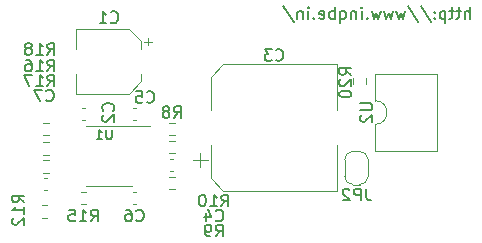
<source format=gbr>
%TF.GenerationSoftware,KiCad,Pcbnew,(6.0.9)*%
%TF.CreationDate,2022-11-10T15:00:12+05:30*%
%TF.ProjectId,Gate Driver TLP152,47617465-2044-4726-9976-657220544c50,rev?*%
%TF.SameCoordinates,Original*%
%TF.FileFunction,Legend,Bot*%
%TF.FilePolarity,Positive*%
%FSLAX46Y46*%
G04 Gerber Fmt 4.6, Leading zero omitted, Abs format (unit mm)*
G04 Created by KiCad (PCBNEW (6.0.9)) date 2022-11-10 15:00:12*
%MOMM*%
%LPD*%
G01*
G04 APERTURE LIST*
%ADD10C,0.150000*%
%ADD11C,0.120000*%
G04 APERTURE END LIST*
D10*
X39305523Y-1341380D02*
X39305523Y-341380D01*
X38876952Y-1341380D02*
X38876952Y-817571D01*
X38924571Y-722333D01*
X39019809Y-674714D01*
X39162666Y-674714D01*
X39257904Y-722333D01*
X39305523Y-769952D01*
X38543619Y-674714D02*
X38162666Y-674714D01*
X38400761Y-341380D02*
X38400761Y-1198523D01*
X38353142Y-1293761D01*
X38257904Y-1341380D01*
X38162666Y-1341380D01*
X37972190Y-674714D02*
X37591238Y-674714D01*
X37829333Y-341380D02*
X37829333Y-1198523D01*
X37781714Y-1293761D01*
X37686476Y-1341380D01*
X37591238Y-1341380D01*
X37257904Y-674714D02*
X37257904Y-1674714D01*
X37257904Y-722333D02*
X37162666Y-674714D01*
X36972190Y-674714D01*
X36876952Y-722333D01*
X36829333Y-769952D01*
X36781714Y-865190D01*
X36781714Y-1150904D01*
X36829333Y-1246142D01*
X36876952Y-1293761D01*
X36972190Y-1341380D01*
X37162666Y-1341380D01*
X37257904Y-1293761D01*
X36353142Y-1246142D02*
X36305523Y-1293761D01*
X36353142Y-1341380D01*
X36400761Y-1293761D01*
X36353142Y-1246142D01*
X36353142Y-1341380D01*
X36353142Y-722333D02*
X36305523Y-769952D01*
X36353142Y-817571D01*
X36400761Y-769952D01*
X36353142Y-722333D01*
X36353142Y-817571D01*
X35162666Y-293761D02*
X36019809Y-1579476D01*
X34115047Y-293761D02*
X34972190Y-1579476D01*
X33876952Y-674714D02*
X33686476Y-1341380D01*
X33496000Y-865190D01*
X33305523Y-1341380D01*
X33115047Y-674714D01*
X32829333Y-674714D02*
X32638857Y-1341380D01*
X32448380Y-865190D01*
X32257904Y-1341380D01*
X32067428Y-674714D01*
X31781714Y-674714D02*
X31591238Y-1341380D01*
X31400761Y-865190D01*
X31210285Y-1341380D01*
X31019809Y-674714D01*
X30638857Y-1246142D02*
X30591238Y-1293761D01*
X30638857Y-1341380D01*
X30686476Y-1293761D01*
X30638857Y-1246142D01*
X30638857Y-1341380D01*
X30162666Y-1341380D02*
X30162666Y-674714D01*
X30162666Y-341380D02*
X30210285Y-389000D01*
X30162666Y-436619D01*
X30115047Y-389000D01*
X30162666Y-341380D01*
X30162666Y-436619D01*
X29686476Y-674714D02*
X29686476Y-1341380D01*
X29686476Y-769952D02*
X29638857Y-722333D01*
X29543619Y-674714D01*
X29400761Y-674714D01*
X29305523Y-722333D01*
X29257904Y-817571D01*
X29257904Y-1341380D01*
X28353142Y-674714D02*
X28353142Y-1674714D01*
X28353142Y-1293761D02*
X28448380Y-1341380D01*
X28638857Y-1341380D01*
X28734095Y-1293761D01*
X28781714Y-1246142D01*
X28829333Y-1150904D01*
X28829333Y-865190D01*
X28781714Y-769952D01*
X28734095Y-722333D01*
X28638857Y-674714D01*
X28448380Y-674714D01*
X28353142Y-722333D01*
X27876952Y-1341380D02*
X27876952Y-341380D01*
X27876952Y-722333D02*
X27781714Y-674714D01*
X27591238Y-674714D01*
X27496000Y-722333D01*
X27448380Y-769952D01*
X27400761Y-865190D01*
X27400761Y-1150904D01*
X27448380Y-1246142D01*
X27496000Y-1293761D01*
X27591238Y-1341380D01*
X27781714Y-1341380D01*
X27876952Y-1293761D01*
X26591238Y-1293761D02*
X26686476Y-1341380D01*
X26876952Y-1341380D01*
X26972190Y-1293761D01*
X27019809Y-1198523D01*
X27019809Y-817571D01*
X26972190Y-722333D01*
X26876952Y-674714D01*
X26686476Y-674714D01*
X26591238Y-722333D01*
X26543619Y-817571D01*
X26543619Y-912809D01*
X27019809Y-1008047D01*
X26115047Y-1246142D02*
X26067428Y-1293761D01*
X26115047Y-1341380D01*
X26162666Y-1293761D01*
X26115047Y-1246142D01*
X26115047Y-1341380D01*
X25638857Y-1341380D02*
X25638857Y-674714D01*
X25638857Y-341380D02*
X25686476Y-389000D01*
X25638857Y-436619D01*
X25591238Y-389000D01*
X25638857Y-341380D01*
X25638857Y-436619D01*
X25162666Y-674714D02*
X25162666Y-1341380D01*
X25162666Y-769952D02*
X25115047Y-722333D01*
X25019809Y-674714D01*
X24876952Y-674714D01*
X24781714Y-722333D01*
X24734095Y-817571D01*
X24734095Y-1341380D01*
X23543619Y-293761D02*
X24400761Y-1579476D01*
%TO.C,C5*%
X11977666Y-8358142D02*
X12025285Y-8405761D01*
X12168142Y-8453380D01*
X12263380Y-8453380D01*
X12406238Y-8405761D01*
X12501476Y-8310523D01*
X12549095Y-8215285D01*
X12596714Y-8024809D01*
X12596714Y-7881952D01*
X12549095Y-7691476D01*
X12501476Y-7596238D01*
X12406238Y-7501000D01*
X12263380Y-7453380D01*
X12168142Y-7453380D01*
X12025285Y-7501000D01*
X11977666Y-7548619D01*
X11072904Y-7453380D02*
X11549095Y-7453380D01*
X11596714Y-7929571D01*
X11549095Y-7881952D01*
X11453857Y-7834333D01*
X11215761Y-7834333D01*
X11120523Y-7881952D01*
X11072904Y-7929571D01*
X11025285Y-8024809D01*
X11025285Y-8262904D01*
X11072904Y-8358142D01*
X11120523Y-8405761D01*
X11215761Y-8453380D01*
X11453857Y-8453380D01*
X11549095Y-8405761D01*
X11596714Y-8358142D01*
%TO.C,R15*%
X7246857Y-18486380D02*
X7580190Y-18010190D01*
X7818285Y-18486380D02*
X7818285Y-17486380D01*
X7437333Y-17486380D01*
X7342095Y-17534000D01*
X7294476Y-17581619D01*
X7246857Y-17676857D01*
X7246857Y-17819714D01*
X7294476Y-17914952D01*
X7342095Y-17962571D01*
X7437333Y-18010190D01*
X7818285Y-18010190D01*
X6294476Y-18486380D02*
X6865904Y-18486380D01*
X6580190Y-18486380D02*
X6580190Y-17486380D01*
X6675428Y-17629238D01*
X6770666Y-17724476D01*
X6865904Y-17772095D01*
X5389714Y-17486380D02*
X5865904Y-17486380D01*
X5913523Y-17962571D01*
X5865904Y-17914952D01*
X5770666Y-17867333D01*
X5532571Y-17867333D01*
X5437333Y-17914952D01*
X5389714Y-17962571D01*
X5342095Y-18057809D01*
X5342095Y-18295904D01*
X5389714Y-18391142D01*
X5437333Y-18438761D01*
X5532571Y-18486380D01*
X5770666Y-18486380D01*
X5865904Y-18438761D01*
X5913523Y-18391142D01*
%TO.C,R17*%
X3563857Y-7056380D02*
X3897190Y-6580190D01*
X4135285Y-7056380D02*
X4135285Y-6056380D01*
X3754333Y-6056380D01*
X3659095Y-6104000D01*
X3611476Y-6151619D01*
X3563857Y-6246857D01*
X3563857Y-6389714D01*
X3611476Y-6484952D01*
X3659095Y-6532571D01*
X3754333Y-6580190D01*
X4135285Y-6580190D01*
X2611476Y-7056380D02*
X3182904Y-7056380D01*
X2897190Y-7056380D02*
X2897190Y-6056380D01*
X2992428Y-6199238D01*
X3087666Y-6294476D01*
X3182904Y-6342095D01*
X2278142Y-6056380D02*
X1611476Y-6056380D01*
X2040047Y-7056380D01*
%TO.C,C7*%
X3468666Y-8231142D02*
X3516285Y-8278761D01*
X3659142Y-8326380D01*
X3754380Y-8326380D01*
X3897238Y-8278761D01*
X3992476Y-8183523D01*
X4040095Y-8088285D01*
X4087714Y-7897809D01*
X4087714Y-7754952D01*
X4040095Y-7564476D01*
X3992476Y-7469238D01*
X3897238Y-7374000D01*
X3754380Y-7326380D01*
X3659142Y-7326380D01*
X3516285Y-7374000D01*
X3468666Y-7421619D01*
X3135333Y-7326380D02*
X2468666Y-7326380D01*
X2897238Y-8326380D01*
%TO.C,JP2*%
X30551333Y-15708380D02*
X30551333Y-16422666D01*
X30598952Y-16565523D01*
X30694190Y-16660761D01*
X30837047Y-16708380D01*
X30932285Y-16708380D01*
X30075142Y-16708380D02*
X30075142Y-15708380D01*
X29694190Y-15708380D01*
X29598952Y-15756000D01*
X29551333Y-15803619D01*
X29503714Y-15898857D01*
X29503714Y-16041714D01*
X29551333Y-16136952D01*
X29598952Y-16184571D01*
X29694190Y-16232190D01*
X30075142Y-16232190D01*
X29122761Y-15803619D02*
X29075142Y-15756000D01*
X28979904Y-15708380D01*
X28741809Y-15708380D01*
X28646571Y-15756000D01*
X28598952Y-15803619D01*
X28551333Y-15898857D01*
X28551333Y-15994095D01*
X28598952Y-16136952D01*
X29170380Y-16708380D01*
X28551333Y-16708380D01*
%TO.C,U2*%
X30059380Y-8509095D02*
X30868904Y-8509095D01*
X30964142Y-8556714D01*
X31011761Y-8604333D01*
X31059380Y-8699571D01*
X31059380Y-8890047D01*
X31011761Y-8985285D01*
X30964142Y-9032904D01*
X30868904Y-9080523D01*
X30059380Y-9080523D01*
X30154619Y-9509095D02*
X30107000Y-9556714D01*
X30059380Y-9651952D01*
X30059380Y-9890047D01*
X30107000Y-9985285D01*
X30154619Y-10032904D01*
X30249857Y-10080523D01*
X30345095Y-10080523D01*
X30487952Y-10032904D01*
X31059380Y-9461476D01*
X31059380Y-10080523D01*
%TO.C,C2*%
X9120142Y-9104333D02*
X9167761Y-9056714D01*
X9215380Y-8913857D01*
X9215380Y-8818619D01*
X9167761Y-8675761D01*
X9072523Y-8580523D01*
X8977285Y-8532904D01*
X8786809Y-8485285D01*
X8643952Y-8485285D01*
X8453476Y-8532904D01*
X8358238Y-8580523D01*
X8263000Y-8675761D01*
X8215380Y-8818619D01*
X8215380Y-8913857D01*
X8263000Y-9056714D01*
X8310619Y-9104333D01*
X8310619Y-9485285D02*
X8263000Y-9532904D01*
X8215380Y-9628142D01*
X8215380Y-9866238D01*
X8263000Y-9961476D01*
X8310619Y-10009095D01*
X8405857Y-10056714D01*
X8501095Y-10056714D01*
X8643952Y-10009095D01*
X9215380Y-9437666D01*
X9215380Y-10056714D01*
%TO.C,C4*%
X17819666Y-18391142D02*
X17867285Y-18438761D01*
X18010142Y-18486380D01*
X18105380Y-18486380D01*
X18248238Y-18438761D01*
X18343476Y-18343523D01*
X18391095Y-18248285D01*
X18438714Y-18057809D01*
X18438714Y-17914952D01*
X18391095Y-17724476D01*
X18343476Y-17629238D01*
X18248238Y-17534000D01*
X18105380Y-17486380D01*
X18010142Y-17486380D01*
X17867285Y-17534000D01*
X17819666Y-17581619D01*
X16962523Y-17819714D02*
X16962523Y-18486380D01*
X17200619Y-17438761D02*
X17438714Y-18153047D01*
X16819666Y-18153047D01*
%TO.C,C3*%
X22899666Y-4802142D02*
X22947285Y-4849761D01*
X23090142Y-4897380D01*
X23185380Y-4897380D01*
X23328238Y-4849761D01*
X23423476Y-4754523D01*
X23471095Y-4659285D01*
X23518714Y-4468809D01*
X23518714Y-4325952D01*
X23471095Y-4135476D01*
X23423476Y-4040238D01*
X23328238Y-3945000D01*
X23185380Y-3897380D01*
X23090142Y-3897380D01*
X22947285Y-3945000D01*
X22899666Y-3992619D01*
X22566333Y-3897380D02*
X21947285Y-3897380D01*
X22280619Y-4278333D01*
X22137761Y-4278333D01*
X22042523Y-4325952D01*
X21994904Y-4373571D01*
X21947285Y-4468809D01*
X21947285Y-4706904D01*
X21994904Y-4802142D01*
X22042523Y-4849761D01*
X22137761Y-4897380D01*
X22423476Y-4897380D01*
X22518714Y-4849761D01*
X22566333Y-4802142D01*
%TO.C,U1*%
X8991523Y-10737904D02*
X8991523Y-11385523D01*
X8953428Y-11461714D01*
X8915333Y-11499809D01*
X8839142Y-11537904D01*
X8686761Y-11537904D01*
X8610571Y-11499809D01*
X8572476Y-11461714D01*
X8534380Y-11385523D01*
X8534380Y-10737904D01*
X7734380Y-11537904D02*
X8191523Y-11537904D01*
X7962952Y-11537904D02*
X7962952Y-10737904D01*
X8039142Y-10852190D01*
X8115333Y-10928380D01*
X8191523Y-10966476D01*
%TO.C,R18*%
X3563857Y-4389380D02*
X3897190Y-3913190D01*
X4135285Y-4389380D02*
X4135285Y-3389380D01*
X3754333Y-3389380D01*
X3659095Y-3437000D01*
X3611476Y-3484619D01*
X3563857Y-3579857D01*
X3563857Y-3722714D01*
X3611476Y-3817952D01*
X3659095Y-3865571D01*
X3754333Y-3913190D01*
X4135285Y-3913190D01*
X2611476Y-4389380D02*
X3182904Y-4389380D01*
X2897190Y-4389380D02*
X2897190Y-3389380D01*
X2992428Y-3532238D01*
X3087666Y-3627476D01*
X3182904Y-3675095D01*
X2040047Y-3817952D02*
X2135285Y-3770333D01*
X2182904Y-3722714D01*
X2230523Y-3627476D01*
X2230523Y-3579857D01*
X2182904Y-3484619D01*
X2135285Y-3437000D01*
X2040047Y-3389380D01*
X1849571Y-3389380D01*
X1754333Y-3437000D01*
X1706714Y-3484619D01*
X1659095Y-3579857D01*
X1659095Y-3627476D01*
X1706714Y-3722714D01*
X1754333Y-3770333D01*
X1849571Y-3817952D01*
X2040047Y-3817952D01*
X2135285Y-3865571D01*
X2182904Y-3913190D01*
X2230523Y-4008428D01*
X2230523Y-4198904D01*
X2182904Y-4294142D01*
X2135285Y-4341761D01*
X2040047Y-4389380D01*
X1849571Y-4389380D01*
X1754333Y-4341761D01*
X1706714Y-4294142D01*
X1659095Y-4198904D01*
X1659095Y-4008428D01*
X1706714Y-3913190D01*
X1754333Y-3865571D01*
X1849571Y-3817952D01*
%TO.C,R10*%
X18295857Y-17216380D02*
X18629190Y-16740190D01*
X18867285Y-17216380D02*
X18867285Y-16216380D01*
X18486333Y-16216380D01*
X18391095Y-16264000D01*
X18343476Y-16311619D01*
X18295857Y-16406857D01*
X18295857Y-16549714D01*
X18343476Y-16644952D01*
X18391095Y-16692571D01*
X18486333Y-16740190D01*
X18867285Y-16740190D01*
X17343476Y-17216380D02*
X17914904Y-17216380D01*
X17629190Y-17216380D02*
X17629190Y-16216380D01*
X17724428Y-16359238D01*
X17819666Y-16454476D01*
X17914904Y-16502095D01*
X16724428Y-16216380D02*
X16629190Y-16216380D01*
X16533952Y-16264000D01*
X16486333Y-16311619D01*
X16438714Y-16406857D01*
X16391095Y-16597333D01*
X16391095Y-16835428D01*
X16438714Y-17025904D01*
X16486333Y-17121142D01*
X16533952Y-17168761D01*
X16629190Y-17216380D01*
X16724428Y-17216380D01*
X16819666Y-17168761D01*
X16867285Y-17121142D01*
X16914904Y-17025904D01*
X16962523Y-16835428D01*
X16962523Y-16597333D01*
X16914904Y-16406857D01*
X16867285Y-16311619D01*
X16819666Y-16264000D01*
X16724428Y-16216380D01*
%TO.C,R8*%
X14263666Y-9723380D02*
X14597000Y-9247190D01*
X14835095Y-9723380D02*
X14835095Y-8723380D01*
X14454142Y-8723380D01*
X14358904Y-8771000D01*
X14311285Y-8818619D01*
X14263666Y-8913857D01*
X14263666Y-9056714D01*
X14311285Y-9151952D01*
X14358904Y-9199571D01*
X14454142Y-9247190D01*
X14835095Y-9247190D01*
X13692238Y-9151952D02*
X13787476Y-9104333D01*
X13835095Y-9056714D01*
X13882714Y-8961476D01*
X13882714Y-8913857D01*
X13835095Y-8818619D01*
X13787476Y-8771000D01*
X13692238Y-8723380D01*
X13501761Y-8723380D01*
X13406523Y-8771000D01*
X13358904Y-8818619D01*
X13311285Y-8913857D01*
X13311285Y-8961476D01*
X13358904Y-9056714D01*
X13406523Y-9104333D01*
X13501761Y-9151952D01*
X13692238Y-9151952D01*
X13787476Y-9199571D01*
X13835095Y-9247190D01*
X13882714Y-9342428D01*
X13882714Y-9532904D01*
X13835095Y-9628142D01*
X13787476Y-9675761D01*
X13692238Y-9723380D01*
X13501761Y-9723380D01*
X13406523Y-9675761D01*
X13358904Y-9628142D01*
X13311285Y-9532904D01*
X13311285Y-9342428D01*
X13358904Y-9247190D01*
X13406523Y-9199571D01*
X13501761Y-9151952D01*
%TO.C,R12*%
X1595380Y-16883142D02*
X1119190Y-16549809D01*
X1595380Y-16311714D02*
X595380Y-16311714D01*
X595380Y-16692666D01*
X643000Y-16787904D01*
X690619Y-16835523D01*
X785857Y-16883142D01*
X928714Y-16883142D01*
X1023952Y-16835523D01*
X1071571Y-16787904D01*
X1119190Y-16692666D01*
X1119190Y-16311714D01*
X1595380Y-17835523D02*
X1595380Y-17264095D01*
X1595380Y-17549809D02*
X595380Y-17549809D01*
X738238Y-17454571D01*
X833476Y-17359333D01*
X881095Y-17264095D01*
X690619Y-18216476D02*
X643000Y-18264095D01*
X595380Y-18359333D01*
X595380Y-18597428D01*
X643000Y-18692666D01*
X690619Y-18740285D01*
X785857Y-18787904D01*
X881095Y-18787904D01*
X1023952Y-18740285D01*
X1595380Y-18168857D01*
X1595380Y-18787904D01*
%TO.C,R20*%
X29281380Y-6088142D02*
X28805190Y-5754809D01*
X29281380Y-5516714D02*
X28281380Y-5516714D01*
X28281380Y-5897666D01*
X28329000Y-5992904D01*
X28376619Y-6040523D01*
X28471857Y-6088142D01*
X28614714Y-6088142D01*
X28709952Y-6040523D01*
X28757571Y-5992904D01*
X28805190Y-5897666D01*
X28805190Y-5516714D01*
X28376619Y-6469095D02*
X28329000Y-6516714D01*
X28281380Y-6611952D01*
X28281380Y-6850047D01*
X28329000Y-6945285D01*
X28376619Y-6992904D01*
X28471857Y-7040523D01*
X28567095Y-7040523D01*
X28709952Y-6992904D01*
X29281380Y-6421476D01*
X29281380Y-7040523D01*
X28281380Y-7659571D02*
X28281380Y-7754809D01*
X28329000Y-7850047D01*
X28376619Y-7897666D01*
X28471857Y-7945285D01*
X28662333Y-7992904D01*
X28900428Y-7992904D01*
X29090904Y-7945285D01*
X29186142Y-7897666D01*
X29233761Y-7850047D01*
X29281380Y-7754809D01*
X29281380Y-7659571D01*
X29233761Y-7564333D01*
X29186142Y-7516714D01*
X29090904Y-7469095D01*
X28900428Y-7421476D01*
X28662333Y-7421476D01*
X28471857Y-7469095D01*
X28376619Y-7516714D01*
X28329000Y-7564333D01*
X28281380Y-7659571D01*
%TO.C,C1*%
X8929666Y-1610142D02*
X8977285Y-1657761D01*
X9120142Y-1705380D01*
X9215380Y-1705380D01*
X9358238Y-1657761D01*
X9453476Y-1562523D01*
X9501095Y-1467285D01*
X9548714Y-1276809D01*
X9548714Y-1133952D01*
X9501095Y-943476D01*
X9453476Y-848238D01*
X9358238Y-753000D01*
X9215380Y-705380D01*
X9120142Y-705380D01*
X8977285Y-753000D01*
X8929666Y-800619D01*
X7977285Y-1705380D02*
X8548714Y-1705380D01*
X8263000Y-1705380D02*
X8263000Y-705380D01*
X8358238Y-848238D01*
X8453476Y-943476D01*
X8548714Y-991095D01*
%TO.C,R9*%
X17819666Y-19756380D02*
X18153000Y-19280190D01*
X18391095Y-19756380D02*
X18391095Y-18756380D01*
X18010142Y-18756380D01*
X17914904Y-18804000D01*
X17867285Y-18851619D01*
X17819666Y-18946857D01*
X17819666Y-19089714D01*
X17867285Y-19184952D01*
X17914904Y-19232571D01*
X18010142Y-19280190D01*
X18391095Y-19280190D01*
X17343476Y-19756380D02*
X17153000Y-19756380D01*
X17057761Y-19708761D01*
X17010142Y-19661142D01*
X16914904Y-19518285D01*
X16867285Y-19327809D01*
X16867285Y-18946857D01*
X16914904Y-18851619D01*
X16962523Y-18804000D01*
X17057761Y-18756380D01*
X17248238Y-18756380D01*
X17343476Y-18804000D01*
X17391095Y-18851619D01*
X17438714Y-18946857D01*
X17438714Y-19184952D01*
X17391095Y-19280190D01*
X17343476Y-19327809D01*
X17248238Y-19375428D01*
X17057761Y-19375428D01*
X16962523Y-19327809D01*
X16914904Y-19280190D01*
X16867285Y-19184952D01*
%TO.C,R16*%
X3563857Y-5786380D02*
X3897190Y-5310190D01*
X4135285Y-5786380D02*
X4135285Y-4786380D01*
X3754333Y-4786380D01*
X3659095Y-4834000D01*
X3611476Y-4881619D01*
X3563857Y-4976857D01*
X3563857Y-5119714D01*
X3611476Y-5214952D01*
X3659095Y-5262571D01*
X3754333Y-5310190D01*
X4135285Y-5310190D01*
X2611476Y-5786380D02*
X3182904Y-5786380D01*
X2897190Y-5786380D02*
X2897190Y-4786380D01*
X2992428Y-4929238D01*
X3087666Y-5024476D01*
X3182904Y-5072095D01*
X1754333Y-4786380D02*
X1944809Y-4786380D01*
X2040047Y-4834000D01*
X2087666Y-4881619D01*
X2182904Y-5024476D01*
X2230523Y-5214952D01*
X2230523Y-5595904D01*
X2182904Y-5691142D01*
X2135285Y-5738761D01*
X2040047Y-5786380D01*
X1849571Y-5786380D01*
X1754333Y-5738761D01*
X1706714Y-5691142D01*
X1659095Y-5595904D01*
X1659095Y-5357809D01*
X1706714Y-5262571D01*
X1754333Y-5214952D01*
X1849571Y-5167333D01*
X2040047Y-5167333D01*
X2135285Y-5214952D01*
X2182904Y-5262571D01*
X2230523Y-5357809D01*
%TO.C,C6*%
X11088666Y-18391142D02*
X11136285Y-18438761D01*
X11279142Y-18486380D01*
X11374380Y-18486380D01*
X11517238Y-18438761D01*
X11612476Y-18343523D01*
X11660095Y-18248285D01*
X11707714Y-18057809D01*
X11707714Y-17914952D01*
X11660095Y-17724476D01*
X11612476Y-17629238D01*
X11517238Y-17534000D01*
X11374380Y-17486380D01*
X11279142Y-17486380D01*
X11136285Y-17534000D01*
X11088666Y-17581619D01*
X10231523Y-17486380D02*
X10422000Y-17486380D01*
X10517238Y-17534000D01*
X10564857Y-17581619D01*
X10660095Y-17724476D01*
X10707714Y-17914952D01*
X10707714Y-18295904D01*
X10660095Y-18391142D01*
X10612476Y-18438761D01*
X10517238Y-18486380D01*
X10326761Y-18486380D01*
X10231523Y-18438761D01*
X10183904Y-18391142D01*
X10136285Y-18295904D01*
X10136285Y-18057809D01*
X10183904Y-17962571D01*
X10231523Y-17914952D01*
X10326761Y-17867333D01*
X10517238Y-17867333D01*
X10612476Y-17914952D01*
X10660095Y-17962571D01*
X10707714Y-18057809D01*
D11*
%TO.C,C5*%
X10781420Y-9908000D02*
X11062580Y-9908000D01*
X10781420Y-8888000D02*
X11062580Y-8888000D01*
%TO.C,R15*%
X6841258Y-15987500D02*
X6366742Y-15987500D01*
X6841258Y-17032500D02*
X6366742Y-17032500D01*
%TO.C,R17*%
X3666258Y-13320500D02*
X3191742Y-13320500D01*
X3666258Y-14365500D02*
X3191742Y-14365500D01*
%TO.C,C7*%
X3569580Y-14857000D02*
X3288420Y-14857000D01*
X3569580Y-15877000D02*
X3288420Y-15877000D01*
%TO.C,JP2*%
X29418000Y-15370000D02*
X30018000Y-15370000D01*
X28718000Y-13270000D02*
X28718000Y-14670000D01*
X30718000Y-14670000D02*
X30718000Y-13270000D01*
X30018000Y-12570000D02*
X29418000Y-12570000D01*
X30718000Y-13270000D02*
G75*
G03*
X30018000Y-12570000I-699999J1D01*
G01*
X28718000Y-14670000D02*
G75*
G03*
X29418000Y-15370000I700000J0D01*
G01*
X29418000Y-12570000D02*
G75*
G03*
X28718000Y-13270000I-1J-699999D01*
G01*
X30018000Y-15370000D02*
G75*
G03*
X30718000Y-14670000I0J700000D01*
G01*
%TO.C,U2*%
X36509000Y-6036000D02*
X36509000Y-12506000D01*
X36509000Y-12506000D02*
X31309000Y-12506000D01*
X31309000Y-12506000D02*
X31309000Y-10271000D01*
X31309000Y-6036000D02*
X36509000Y-6036000D01*
X31309000Y-8271000D02*
X31309000Y-6036000D01*
X31309000Y-10271000D02*
G75*
G03*
X31309000Y-8271000I0J1000000D01*
G01*
%TO.C,C2*%
X6744580Y-8888000D02*
X6463420Y-8888000D01*
X6744580Y-9908000D02*
X6463420Y-9908000D01*
%TO.C,C4*%
X13956420Y-13206000D02*
X14237580Y-13206000D01*
X13956420Y-14226000D02*
X14237580Y-14226000D01*
%TO.C,C3*%
X17373000Y-6245437D02*
X17373000Y-9031000D01*
X15883000Y-13301000D02*
X17133000Y-13301000D01*
X28093000Y-15901000D02*
X28093000Y-12051000D01*
X17373000Y-14836563D02*
X17373000Y-12051000D01*
X18437437Y-15901000D02*
X28093000Y-15901000D01*
X18437437Y-5181000D02*
X28093000Y-5181000D01*
X17373000Y-6245437D02*
X18437437Y-5181000D01*
X28093000Y-5181000D02*
X28093000Y-9031000D01*
X17373000Y-14836563D02*
X18437437Y-15901000D01*
X16508000Y-13926000D02*
X16508000Y-12676000D01*
%TO.C,U1*%
X8763000Y-10394000D02*
X12213000Y-10394000D01*
X8763000Y-10394000D02*
X6813000Y-10394000D01*
X8763000Y-15514000D02*
X6813000Y-15514000D01*
X8763000Y-15514000D02*
X10713000Y-15514000D01*
%TO.C,R18*%
X3191742Y-11190500D02*
X3666258Y-11190500D01*
X3191742Y-10145500D02*
X3666258Y-10145500D01*
%TO.C,R10*%
X13859742Y-12714500D02*
X14334258Y-12714500D01*
X13859742Y-11669500D02*
X14334258Y-11669500D01*
%TO.C,R8*%
X13859742Y-10145500D02*
X14334258Y-10145500D01*
X13859742Y-11190500D02*
X14334258Y-11190500D01*
%TO.C,R12*%
X3539258Y-17130500D02*
X3064742Y-17130500D01*
X3539258Y-18175500D02*
X3064742Y-18175500D01*
%TO.C,R20*%
X29449500Y-6841258D02*
X29449500Y-6366742D01*
X30494500Y-6841258D02*
X30494500Y-6366742D01*
%TO.C,C1*%
X6003000Y-2193000D02*
X6003000Y-3893000D01*
X12388000Y-3268000D02*
X11763000Y-3268000D01*
X11523000Y-3257437D02*
X11523000Y-3893000D01*
X11523000Y-3257437D02*
X10458563Y-2193000D01*
X10458563Y-7713000D02*
X6003000Y-7713000D01*
X6003000Y-7713000D02*
X6003000Y-6013000D01*
X10458563Y-2193000D02*
X6003000Y-2193000D01*
X12075500Y-2955500D02*
X12075500Y-3580500D01*
X11523000Y-6648563D02*
X10458563Y-7713000D01*
X11523000Y-6648563D02*
X11523000Y-6013000D01*
%TO.C,R9*%
X14334258Y-15762500D02*
X13859742Y-15762500D01*
X14334258Y-14717500D02*
X13859742Y-14717500D01*
%TO.C,R16*%
X3666258Y-12841500D02*
X3191742Y-12841500D01*
X3666258Y-11796500D02*
X3191742Y-11796500D01*
%TO.C,C6*%
X10781420Y-17020000D02*
X11062580Y-17020000D01*
X10781420Y-16000000D02*
X11062580Y-16000000D01*
%TD*%
M02*

</source>
